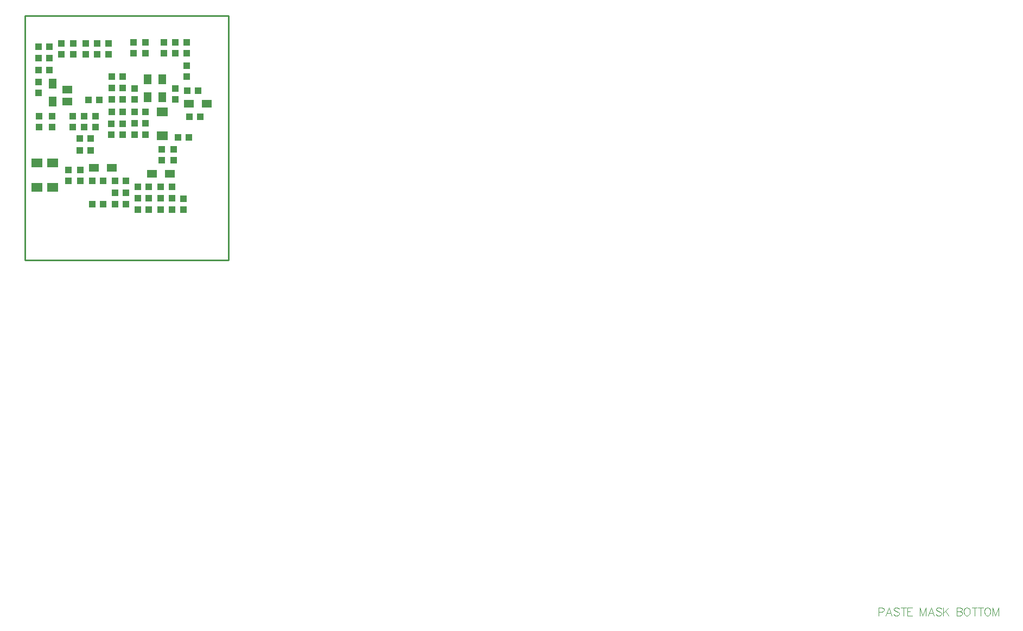
<source format=gbp>
%FSLAX25Y25*%
%MOIN*%
G70*
G01*
G75*
G04 Layer_Color=128*
%ADD10O,0.01772X0.05512*%
%ADD11R,0.05118X0.08268*%
%ADD12O,0.00984X0.06102*%
%ADD13O,0.06102X0.00984*%
%ADD14R,0.08661X0.11024*%
%ADD15R,0.11024X0.11024*%
%ADD16R,0.02362X0.03740*%
%ADD17O,0.05512X0.01378*%
%ADD18R,0.06693X0.04134*%
%ADD19C,0.03500*%
%ADD20C,0.02000*%
%ADD21C,0.01200*%
%ADD22C,0.00800*%
%ADD23C,0.01500*%
%ADD24C,0.01400*%
%ADD25C,0.01000*%
%ADD26C,0.00492*%
%ADD27C,0.00787*%
%ADD28C,0.06693*%
%ADD29R,0.06200X0.06200*%
%ADD30C,0.02000*%
%ADD31C,0.00984*%
%ADD32C,0.00100*%
%ADD33C,0.00394*%
%ADD34C,0.02500*%
%ADD35R,0.03937X0.04331*%
%ADD36R,0.04331X0.03937*%
%ADD37R,0.06000X0.05000*%
%ADD38R,0.05000X0.06000*%
%ADD39R,0.07087X0.05512*%
%ADD40R,0.05906X0.05118*%
%ADD41R,0.06200X0.06200*%
%ADD42C,0.06200*%
%ADD43C,0.03000*%
%ADD44C,0.04000*%
%ADD45R,0.03700X0.17300*%
%ADD46O,0.02572X0.06312*%
%ADD47R,0.05918X0.09068*%
%ADD48O,0.01784X0.06902*%
%ADD49O,0.06902X0.01784*%
%ADD50R,0.09461X0.11824*%
%ADD51R,0.11824X0.11824*%
%ADD52R,0.03162X0.04540*%
%ADD53O,0.06312X0.02178*%
%ADD54R,0.07493X0.04934*%
%ADD55C,0.07493*%
%ADD56R,0.07000X0.07000*%
%ADD57R,0.04737X0.05131*%
%ADD58R,0.05131X0.04737*%
%ADD59R,0.06800X0.05800*%
%ADD60R,0.05800X0.06800*%
%ADD61R,0.07887X0.06312*%
%ADD62R,0.06706X0.05918*%
%ADD63R,0.07000X0.07000*%
%ADD64C,0.07000*%
D25*
X0Y0D02*
X125000D01*
X0Y150000D02*
X125000D01*
X0Y0D02*
Y150000D01*
X125000Y0D02*
Y150000D01*
D26*
X524202Y-215997D02*
X526310D01*
X527013Y-215763D01*
X527247Y-215529D01*
X527482Y-215060D01*
Y-214357D01*
X527247Y-213889D01*
X527013Y-213654D01*
X526310Y-213420D01*
X524202D01*
Y-218340D01*
X532332D02*
X530457Y-213420D01*
X528583Y-218340D01*
X529286Y-216700D02*
X531629D01*
X536760Y-214123D02*
X536291Y-213654D01*
X535588Y-213420D01*
X534651D01*
X533948Y-213654D01*
X533480Y-214123D01*
Y-214591D01*
X533714Y-215060D01*
X533948Y-215294D01*
X534417Y-215529D01*
X535823Y-215997D01*
X536291Y-216231D01*
X536525Y-216466D01*
X536760Y-216934D01*
Y-217637D01*
X536291Y-218106D01*
X535588Y-218340D01*
X534651D01*
X533948Y-218106D01*
X533480Y-217637D01*
X539501Y-213420D02*
Y-218340D01*
X537861Y-213420D02*
X541141D01*
X544773D02*
X541727D01*
Y-218340D01*
X544773D01*
X541727Y-215763D02*
X543601D01*
X549459Y-213420D02*
Y-218340D01*
Y-213420D02*
X551333Y-218340D01*
X553207Y-213420D02*
X551333Y-218340D01*
X553207Y-213420D02*
Y-218340D01*
X558362D02*
X556488Y-213420D01*
X554613Y-218340D01*
X555316Y-216700D02*
X557659D01*
X562790Y-214123D02*
X562322Y-213654D01*
X561619Y-213420D01*
X560681D01*
X559978Y-213654D01*
X559510Y-214123D01*
Y-214591D01*
X559744Y-215060D01*
X559978Y-215294D01*
X560447Y-215529D01*
X561853Y-215997D01*
X562322Y-216231D01*
X562556Y-216466D01*
X562790Y-216934D01*
Y-217637D01*
X562322Y-218106D01*
X561619Y-218340D01*
X560681D01*
X559978Y-218106D01*
X559510Y-217637D01*
X563891Y-213420D02*
Y-218340D01*
X567171Y-213420D02*
X563891Y-216700D01*
X565063Y-215529D02*
X567171Y-218340D01*
X572139Y-213420D02*
Y-218340D01*
Y-213420D02*
X574247D01*
X574950Y-213654D01*
X575184Y-213889D01*
X575419Y-214357D01*
Y-214826D01*
X575184Y-215294D01*
X574950Y-215529D01*
X574247Y-215763D01*
X572139D02*
X574247D01*
X574950Y-215997D01*
X575184Y-216231D01*
X575419Y-216700D01*
Y-217403D01*
X575184Y-217872D01*
X574950Y-218106D01*
X574247Y-218340D01*
X572139D01*
X577926Y-213420D02*
X577457Y-213654D01*
X576988Y-214123D01*
X576754Y-214591D01*
X576520Y-215294D01*
Y-216466D01*
X576754Y-217169D01*
X576988Y-217637D01*
X577457Y-218106D01*
X577926Y-218340D01*
X578863D01*
X579331Y-218106D01*
X579800Y-217637D01*
X580034Y-217169D01*
X580268Y-216466D01*
Y-215294D01*
X580034Y-214591D01*
X579800Y-214123D01*
X579331Y-213654D01*
X578863Y-213420D01*
X577926D01*
X583057D02*
Y-218340D01*
X581417Y-213420D02*
X584697D01*
X586923D02*
Y-218340D01*
X585283Y-213420D02*
X588563D01*
X590554D02*
X590086Y-213654D01*
X589617Y-214123D01*
X589383Y-214591D01*
X589148Y-215294D01*
Y-216466D01*
X589383Y-217169D01*
X589617Y-217637D01*
X590086Y-218106D01*
X590554Y-218340D01*
X591491D01*
X591960Y-218106D01*
X592428Y-217637D01*
X592663Y-217169D01*
X592897Y-216466D01*
Y-215294D01*
X592663Y-214591D01*
X592428Y-214123D01*
X591960Y-213654D01*
X591491Y-213420D01*
X590554D01*
X594045D02*
Y-218340D01*
Y-213420D02*
X595920Y-218340D01*
X597794Y-213420D02*
X595920Y-218340D01*
X597794Y-213420D02*
Y-218340D01*
D35*
X84000Y67847D02*
D03*
Y61154D02*
D03*
X91100Y61154D02*
D03*
Y67847D02*
D03*
X99300Y126854D02*
D03*
Y133546D02*
D03*
X92200D02*
D03*
Y126854D02*
D03*
X85100Y133546D02*
D03*
Y126854D02*
D03*
X97300Y30954D02*
D03*
Y37646D02*
D03*
X22300Y132846D02*
D03*
Y126154D02*
D03*
X37100Y132846D02*
D03*
Y126154D02*
D03*
X29100Y88346D02*
D03*
Y81654D02*
D03*
X36200Y88346D02*
D03*
Y81654D02*
D03*
X8500Y88346D02*
D03*
Y81654D02*
D03*
X16700Y88346D02*
D03*
Y81654D02*
D03*
X29400Y132846D02*
D03*
Y126154D02*
D03*
X43200Y88346D02*
D03*
Y81654D02*
D03*
X44200Y132846D02*
D03*
Y126154D02*
D03*
X8100Y102654D02*
D03*
Y109346D02*
D03*
X99300Y119346D02*
D03*
Y112654D02*
D03*
X73800Y126954D02*
D03*
Y133646D02*
D03*
X66700Y126954D02*
D03*
Y133646D02*
D03*
X51300Y132846D02*
D03*
Y126154D02*
D03*
X33800Y55246D02*
D03*
Y48554D02*
D03*
X26700D02*
D03*
Y55246D02*
D03*
X92200Y98554D02*
D03*
Y105246D02*
D03*
X67100D02*
D03*
Y98554D02*
D03*
X52900Y83545D02*
D03*
Y76853D02*
D03*
X59900D02*
D03*
Y83545D02*
D03*
D36*
X93753Y75100D02*
D03*
X100446D02*
D03*
X61846Y48400D02*
D03*
X55154D02*
D03*
X83354Y37800D02*
D03*
X90046D02*
D03*
X99454Y104000D02*
D03*
X106146D02*
D03*
X83354Y44900D02*
D03*
X90046D02*
D03*
X8254Y123700D02*
D03*
X14946D02*
D03*
X8254Y116600D02*
D03*
X14946D02*
D03*
X53054Y112600D02*
D03*
X59746D02*
D03*
X41054Y34300D02*
D03*
X47746D02*
D03*
X41054Y48400D02*
D03*
X47746D02*
D03*
X8254Y130800D02*
D03*
X14946D02*
D03*
X45546Y98300D02*
D03*
X38854D02*
D03*
X75946Y44900D02*
D03*
X69254D02*
D03*
X75946Y37800D02*
D03*
X69254D02*
D03*
X75946Y30800D02*
D03*
X69254D02*
D03*
X55154Y41300D02*
D03*
X61846D02*
D03*
X55154Y34300D02*
D03*
X61846D02*
D03*
X83354Y30700D02*
D03*
X90046D02*
D03*
X100754Y87900D02*
D03*
X107446D02*
D03*
X67254Y76700D02*
D03*
X73946D02*
D03*
X67254Y83800D02*
D03*
X73946D02*
D03*
X59746Y90899D02*
D03*
X53054D02*
D03*
X59746Y105500D02*
D03*
X53054D02*
D03*
Y98399D02*
D03*
X59746D02*
D03*
X67254Y90900D02*
D03*
X73946D02*
D03*
X40146Y74400D02*
D03*
X33454D02*
D03*
X40146Y67300D02*
D03*
X33454D02*
D03*
D37*
X77800Y52900D02*
D03*
X88800D02*
D03*
X100700Y96000D02*
D03*
X111700D02*
D03*
X42300Y56500D02*
D03*
X53300D02*
D03*
D38*
X16800Y97100D02*
D03*
Y108100D02*
D03*
X84100Y99900D02*
D03*
Y110900D02*
D03*
X75100Y99900D02*
D03*
Y110900D02*
D03*
D39*
X7100Y59480D02*
D03*
Y44520D02*
D03*
X16800Y59480D02*
D03*
Y44520D02*
D03*
X84100Y90980D02*
D03*
Y76020D02*
D03*
D40*
X25800Y97160D02*
D03*
Y104640D02*
D03*
M02*

</source>
